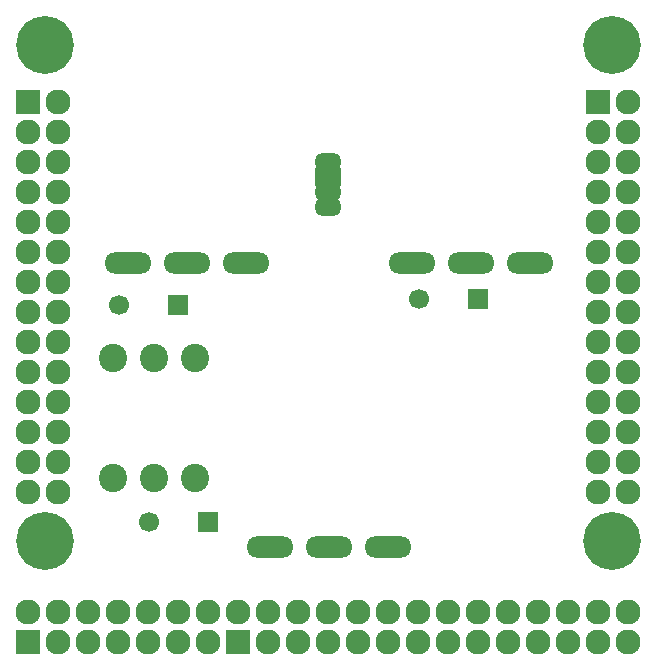
<source format=gbs>
G04 #@! TF.FileFunction,Soldermask,Bot*
%FSLAX46Y46*%
G04 Gerber Fmt 4.6, Leading zero omitted, Abs format (unit mm)*
G04 Created by KiCad (PCBNEW 4.0.2-stable) date 2016/12/18 4:07:23*
%MOMM*%
G01*
G04 APERTURE LIST*
%ADD10C,0.100000*%
%ADD11R,1.700000X1.700000*%
%ADD12C,1.700000*%
%ADD13O,2.305000X1.517600*%
%ADD14R,2.305000X1.517600*%
%ADD15R,2.127200X2.127200*%
%ADD16O,2.127200X2.127200*%
%ADD17C,4.900000*%
%ADD18O,4.000000X1.800000*%
%ADD19C,2.398980*%
G04 APERTURE END LIST*
D10*
D11*
X115240000Y-76000000D03*
D12*
X110240000Y-76000000D03*
D11*
X140600000Y-75500000D03*
D12*
X135600000Y-75500000D03*
D11*
X117780000Y-94450000D03*
D12*
X112780000Y-94450000D03*
D13*
X127940000Y-63970000D03*
D14*
X127940000Y-65240000D03*
D13*
X127940000Y-66510000D03*
X127940000Y-67780000D03*
D15*
X102540000Y-58890000D03*
D16*
X105080000Y-58890000D03*
X102540000Y-61430000D03*
X105080000Y-61430000D03*
X102540000Y-63970000D03*
X105080000Y-63970000D03*
X102540000Y-66510000D03*
X105080000Y-66510000D03*
X102540000Y-69050000D03*
X105080000Y-69050000D03*
X102540000Y-71590000D03*
X105080000Y-71590000D03*
X102540000Y-74130000D03*
X105080000Y-74130000D03*
X102540000Y-76670000D03*
X105080000Y-76670000D03*
X102540000Y-79210000D03*
X105080000Y-79210000D03*
X102540000Y-81750000D03*
X105080000Y-81750000D03*
X102540000Y-84290000D03*
X105080000Y-84290000D03*
X102540000Y-86830000D03*
X105080000Y-86830000D03*
X102540000Y-89370000D03*
X105080000Y-89370000D03*
X102540000Y-91910000D03*
X105080000Y-91910000D03*
D15*
X120320000Y-104610000D03*
D16*
X120320000Y-102070000D03*
X122860000Y-104610000D03*
X122860000Y-102070000D03*
X125400000Y-104610000D03*
X125400000Y-102070000D03*
X127940000Y-104610000D03*
X127940000Y-102070000D03*
X130480000Y-104610000D03*
X130480000Y-102070000D03*
X133020000Y-104610000D03*
X133020000Y-102070000D03*
X135560000Y-104610000D03*
X135560000Y-102070000D03*
X138100000Y-104610000D03*
X138100000Y-102070000D03*
X140640000Y-104610000D03*
X140640000Y-102070000D03*
X143180000Y-104610000D03*
X143180000Y-102070000D03*
X145720000Y-104610000D03*
X145720000Y-102070000D03*
X148260000Y-104610000D03*
X148260000Y-102070000D03*
X150800000Y-104610000D03*
X150800000Y-102070000D03*
X153340000Y-104610000D03*
X153340000Y-102070000D03*
D17*
X104000000Y-54000000D03*
X152000000Y-54000000D03*
D15*
X150800000Y-58890000D03*
D16*
X153340000Y-58890000D03*
X150800000Y-61430000D03*
X153340000Y-61430000D03*
X150800000Y-63970000D03*
X153340000Y-63970000D03*
X150800000Y-66510000D03*
X153340000Y-66510000D03*
X150800000Y-69050000D03*
X153340000Y-69050000D03*
X150800000Y-71590000D03*
X153340000Y-71590000D03*
X150800000Y-74130000D03*
X153340000Y-74130000D03*
X150800000Y-76670000D03*
X153340000Y-76670000D03*
X150800000Y-79210000D03*
X153340000Y-79210000D03*
X150800000Y-81750000D03*
X153340000Y-81750000D03*
X150800000Y-84290000D03*
X153340000Y-84290000D03*
X150800000Y-86830000D03*
X153340000Y-86830000D03*
X150800000Y-89370000D03*
X153340000Y-89370000D03*
X150800000Y-91910000D03*
X153340000Y-91910000D03*
D17*
X104000000Y-96000000D03*
X152000000Y-96000000D03*
D18*
X121000000Y-72500000D03*
X116000000Y-72500000D03*
X111000000Y-72500000D03*
X145000000Y-72500000D03*
X140000000Y-72500000D03*
X135000000Y-72500000D03*
X133000000Y-96500000D03*
X128000000Y-96500000D03*
X123000000Y-96500000D03*
D15*
X102540000Y-104610000D03*
D16*
X102540000Y-102070000D03*
X105080000Y-104610000D03*
X105080000Y-102070000D03*
X107620000Y-104610000D03*
X107620000Y-102070000D03*
X110160000Y-104610000D03*
X110160000Y-102070000D03*
X112700000Y-104610000D03*
X112700000Y-102070000D03*
X115240000Y-104610000D03*
X115240000Y-102070000D03*
X117780000Y-104610000D03*
X117780000Y-102070000D03*
D19*
X116700000Y-80500000D03*
X116700000Y-90660000D03*
X109700000Y-80500000D03*
X109700000Y-90660000D03*
X113200000Y-80500000D03*
X113200000Y-90660000D03*
M02*

</source>
